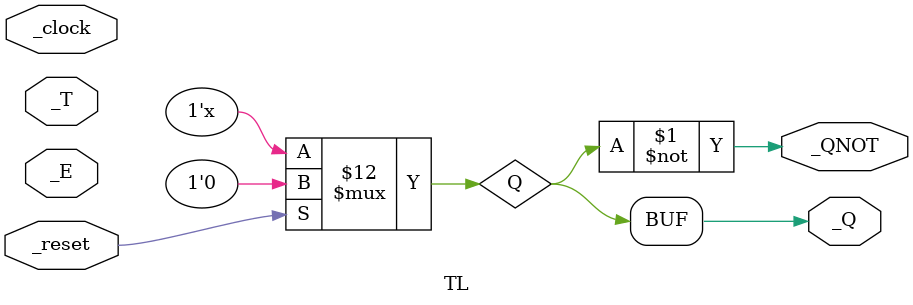
<source format=v>
module TL(_clock,_reset,_T,_E,_Q,_QNOT);
	input _clock;
	input _reset;
	input _T;
	input _E;
	output _Q;
	output _QNOT;
	
	reg Q;
	assign _Q = Q;
	assign _QNOT = ~Q;
	
	always @ (*) begin
		if (_reset) begin
			Q = 0;
			end
		else if (_E & _T) begin
			Q = ~Q;
			end
		end
	endmodule

</source>
